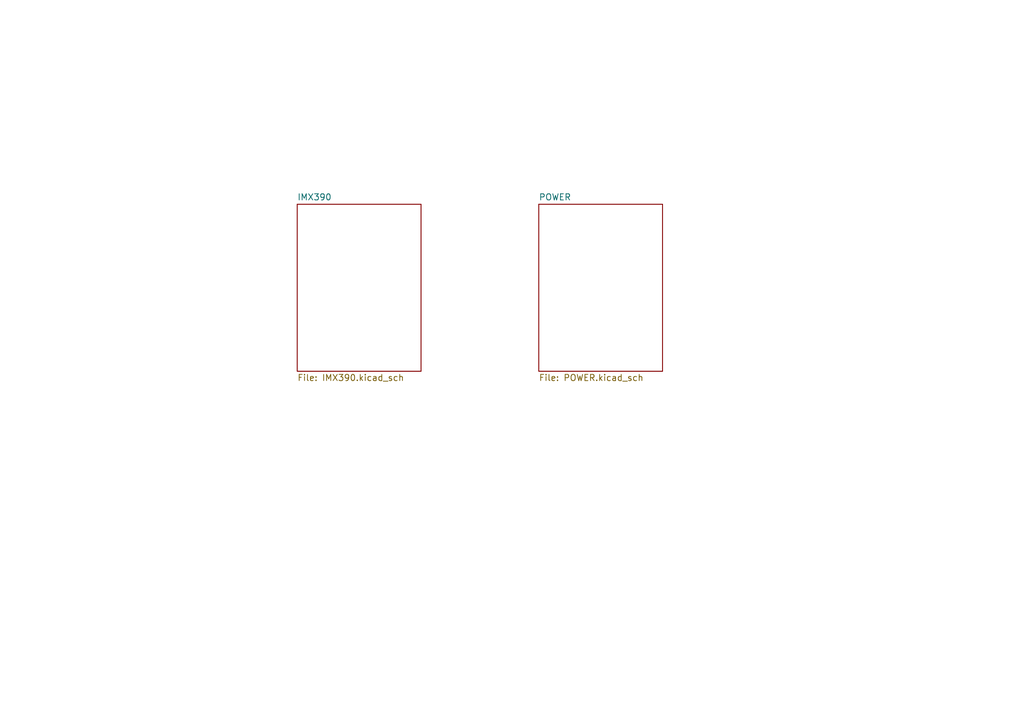
<source format=kicad_sch>
(kicad_sch
	(version 20250114)
	(generator "eeschema")
	(generator_version "9.0")
	(uuid "70a8308c-b00f-425f-a7a8-ee925fe4bac6")
	(paper "A5")
	(lib_symbols)
	(sheet
		(at 110.49 41.91)
		(size 25.4 34.29)
		(exclude_from_sim no)
		(in_bom yes)
		(on_board yes)
		(dnp no)
		(fields_autoplaced yes)
		(stroke
			(width 0.1524)
			(type solid)
		)
		(fill
			(color 0 0 0 0.0000)
		)
		(uuid "58e98a2a-3f99-4f8b-9377-2cb7d74d740e")
		(property "Sheetname" "POWER"
			(at 110.49 41.1984 0)
			(effects
				(font
					(size 1.27 1.27)
				)
				(justify left bottom)
			)
		)
		(property "Sheetfile" "POWER.kicad_sch"
			(at 110.49 76.7846 0)
			(effects
				(font
					(size 1.27 1.27)
				)
				(justify left top)
			)
		)
		(instances
			(project "IMX390_V1.0"
				(path "/70a8308c-b00f-425f-a7a8-ee925fe4bac6"
					(page "3")
				)
			)
		)
	)
	(sheet
		(at 60.96 41.91)
		(size 25.4 34.29)
		(exclude_from_sim no)
		(in_bom yes)
		(on_board yes)
		(dnp no)
		(fields_autoplaced yes)
		(stroke
			(width 0.1524)
			(type solid)
		)
		(fill
			(color 0 0 0 0.0000)
		)
		(uuid "b7f1874e-828f-41ce-8a53-b9e3267e6a6b")
		(property "Sheetname" "IMX390"
			(at 60.96 41.1984 0)
			(effects
				(font
					(size 1.27 1.27)
				)
				(justify left bottom)
			)
		)
		(property "Sheetfile" "IMX390.kicad_sch"
			(at 60.96 76.7846 0)
			(effects
				(font
					(size 1.27 1.27)
				)
				(justify left top)
			)
		)
		(instances
			(project "IMX390_V1.0"
				(path "/70a8308c-b00f-425f-a7a8-ee925fe4bac6"
					(page "2")
				)
			)
		)
	)
	(sheet_instances
		(path "/"
			(page "1")
		)
	)
	(embedded_fonts no)
)

</source>
